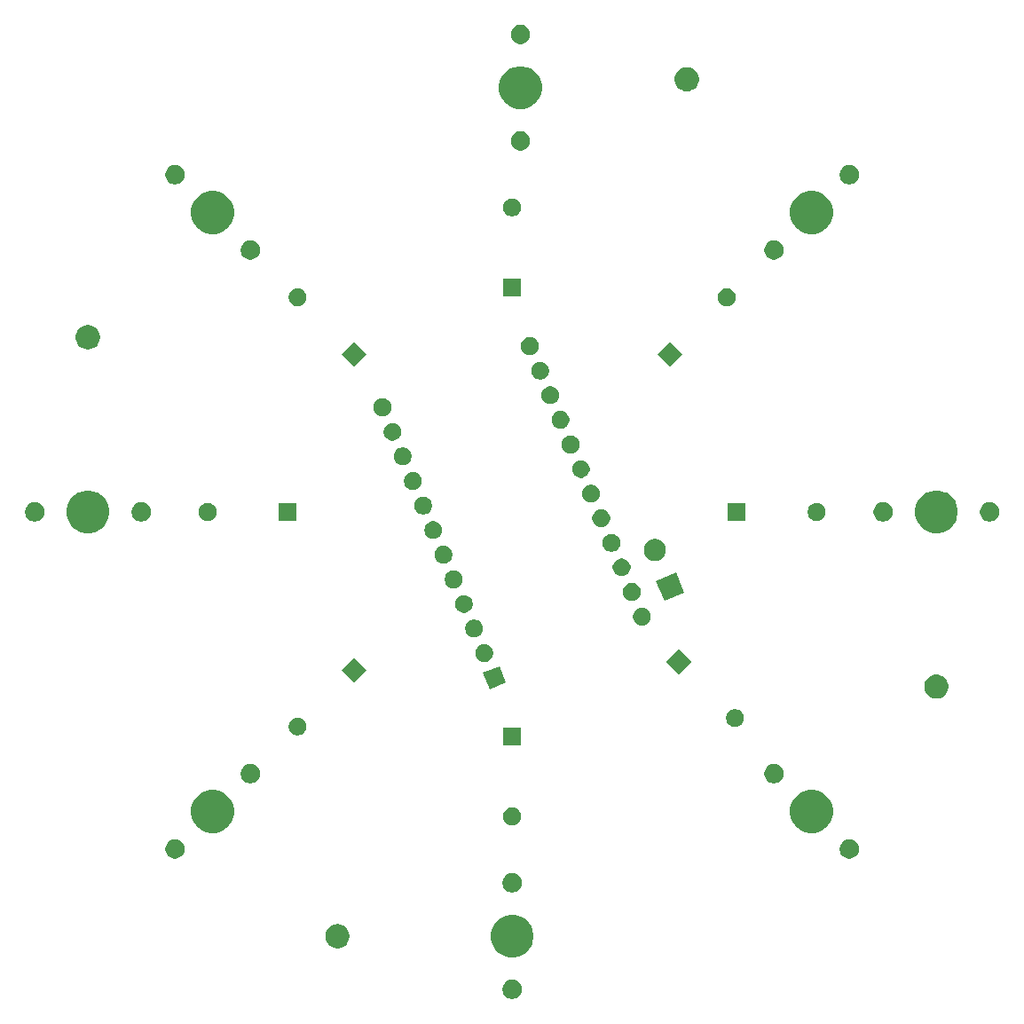
<source format=gbr>
G04 #@! TF.GenerationSoftware,KiCad,Pcbnew,(5.1.5)-3*
G04 #@! TF.CreationDate,2020-04-20T09:44:32-04:00*
G04 #@! TF.ProjectId,OctoPad,4f63746f-5061-4642-9e6b-696361645f70,rev?*
G04 #@! TF.SameCoordinates,Original*
G04 #@! TF.FileFunction,Soldermask,Top*
G04 #@! TF.FilePolarity,Negative*
%FSLAX46Y46*%
G04 Gerber Fmt 4.6, Leading zero omitted, Abs format (unit mm)*
G04 Created by KiCad (PCBNEW (5.1.5)-3) date 2020-04-20 09:44:32*
%MOMM*%
%LPD*%
G04 APERTURE LIST*
%ADD10C,0.100000*%
G04 APERTURE END LIST*
D10*
G36*
X159813854Y-158970835D02*
G01*
X159982376Y-159040639D01*
X160134041Y-159141978D01*
X160263022Y-159270959D01*
X160364361Y-159422624D01*
X160434165Y-159591146D01*
X160469750Y-159770047D01*
X160469750Y-159952453D01*
X160434165Y-160131354D01*
X160364361Y-160299876D01*
X160263022Y-160451541D01*
X160134041Y-160580522D01*
X159982376Y-160681861D01*
X159813854Y-160751665D01*
X159634953Y-160787250D01*
X159452547Y-160787250D01*
X159273646Y-160751665D01*
X159105124Y-160681861D01*
X158953459Y-160580522D01*
X158824478Y-160451541D01*
X158723139Y-160299876D01*
X158653335Y-160131354D01*
X158617750Y-159952453D01*
X158617750Y-159770047D01*
X158653335Y-159591146D01*
X158723139Y-159422624D01*
X158824478Y-159270959D01*
X158953459Y-159141978D01*
X159105124Y-159040639D01*
X159273646Y-158970835D01*
X159452547Y-158935250D01*
X159634953Y-158935250D01*
X159813854Y-158970835D01*
G37*
G36*
X160140224Y-152814934D02*
G01*
X160358224Y-152905233D01*
X160512373Y-152969083D01*
X160847298Y-153192873D01*
X161132127Y-153477702D01*
X161355917Y-153812627D01*
X161355917Y-153812628D01*
X161510066Y-154184776D01*
X161588650Y-154579844D01*
X161588650Y-154982656D01*
X161510066Y-155377724D01*
X161453217Y-155514969D01*
X161355917Y-155749873D01*
X161132127Y-156084798D01*
X160847298Y-156369627D01*
X160512373Y-156593417D01*
X160358224Y-156657267D01*
X160140224Y-156747566D01*
X159745156Y-156826150D01*
X159342344Y-156826150D01*
X158947276Y-156747566D01*
X158729276Y-156657267D01*
X158575127Y-156593417D01*
X158240202Y-156369627D01*
X157955373Y-156084798D01*
X157731583Y-155749873D01*
X157634283Y-155514969D01*
X157577434Y-155377724D01*
X157498850Y-154982656D01*
X157498850Y-154579844D01*
X157577434Y-154184776D01*
X157731583Y-153812628D01*
X157731583Y-153812627D01*
X157955373Y-153477702D01*
X158240202Y-153192873D01*
X158575127Y-152969083D01*
X158729276Y-152905233D01*
X158947276Y-152814934D01*
X159342344Y-152736350D01*
X159745156Y-152736350D01*
X160140224Y-152814934D01*
G37*
G36*
X143099549Y-153652366D02*
G01*
X143210734Y-153674482D01*
X143420203Y-153761247D01*
X143608720Y-153887210D01*
X143769040Y-154047530D01*
X143895003Y-154236047D01*
X143981768Y-154445516D01*
X144026000Y-154667886D01*
X144026000Y-154894614D01*
X143981768Y-155116984D01*
X143895003Y-155326453D01*
X143769040Y-155514970D01*
X143608720Y-155675290D01*
X143420203Y-155801253D01*
X143210734Y-155888018D01*
X143099549Y-155910134D01*
X142988365Y-155932250D01*
X142761635Y-155932250D01*
X142650451Y-155910134D01*
X142539266Y-155888018D01*
X142329797Y-155801253D01*
X142141280Y-155675290D01*
X141980960Y-155514970D01*
X141854997Y-155326453D01*
X141768232Y-155116984D01*
X141724000Y-154894614D01*
X141724000Y-154667886D01*
X141768232Y-154445516D01*
X141854997Y-154236047D01*
X141980960Y-154047530D01*
X142141280Y-153887210D01*
X142329797Y-153761247D01*
X142539266Y-153674482D01*
X142650451Y-153652366D01*
X142761635Y-153630250D01*
X142988365Y-153630250D01*
X143099549Y-153652366D01*
G37*
G36*
X159813854Y-148810835D02*
G01*
X159982376Y-148880639D01*
X160134041Y-148981978D01*
X160263022Y-149110959D01*
X160364361Y-149262624D01*
X160434165Y-149431146D01*
X160469750Y-149610047D01*
X160469750Y-149792453D01*
X160434165Y-149971354D01*
X160364361Y-150139876D01*
X160263022Y-150291541D01*
X160134041Y-150420522D01*
X159982376Y-150521861D01*
X159813854Y-150591665D01*
X159634953Y-150627250D01*
X159452547Y-150627250D01*
X159273646Y-150591665D01*
X159105124Y-150521861D01*
X158953459Y-150420522D01*
X158824478Y-150291541D01*
X158723139Y-150139876D01*
X158653335Y-149971354D01*
X158617750Y-149792453D01*
X158617750Y-149610047D01*
X158653335Y-149431146D01*
X158723139Y-149262624D01*
X158824478Y-149110959D01*
X158953459Y-148981978D01*
X159105124Y-148880639D01*
X159273646Y-148810835D01*
X159452547Y-148775250D01*
X159634953Y-148775250D01*
X159813854Y-148810835D01*
G37*
G36*
X127646752Y-145576687D02*
G01*
X127815274Y-145646491D01*
X127966939Y-145747830D01*
X128095920Y-145876811D01*
X128197259Y-146028476D01*
X128267063Y-146196998D01*
X128302648Y-146375899D01*
X128302648Y-146558305D01*
X128267063Y-146737206D01*
X128197259Y-146905728D01*
X128095920Y-147057393D01*
X127966939Y-147186374D01*
X127815274Y-147287713D01*
X127646752Y-147357517D01*
X127467851Y-147393102D01*
X127285445Y-147393102D01*
X127106544Y-147357517D01*
X126938022Y-147287713D01*
X126786357Y-147186374D01*
X126657376Y-147057393D01*
X126556037Y-146905728D01*
X126486233Y-146737206D01*
X126450648Y-146558305D01*
X126450648Y-146375899D01*
X126486233Y-146196998D01*
X126556037Y-146028476D01*
X126657376Y-145876811D01*
X126786357Y-145747830D01*
X126938022Y-145646491D01*
X127106544Y-145576687D01*
X127285445Y-145541102D01*
X127467851Y-145541102D01*
X127646752Y-145576687D01*
G37*
G36*
X191980956Y-145576687D02*
G01*
X192149478Y-145646491D01*
X192301143Y-145747830D01*
X192430124Y-145876811D01*
X192531463Y-146028476D01*
X192601267Y-146196998D01*
X192636852Y-146375899D01*
X192636852Y-146558305D01*
X192601267Y-146737206D01*
X192531463Y-146905728D01*
X192430124Y-147057393D01*
X192301143Y-147186374D01*
X192149478Y-147287713D01*
X191980956Y-147357517D01*
X191802055Y-147393102D01*
X191619649Y-147393102D01*
X191440748Y-147357517D01*
X191272226Y-147287713D01*
X191120561Y-147186374D01*
X190991580Y-147057393D01*
X190890241Y-146905728D01*
X190820437Y-146737206D01*
X190784852Y-146558305D01*
X190784852Y-146375899D01*
X190820437Y-146196998D01*
X190890241Y-146028476D01*
X190991580Y-145876811D01*
X191120561Y-145747830D01*
X191272226Y-145646491D01*
X191440748Y-145576687D01*
X191619649Y-145541102D01*
X191802055Y-145541102D01*
X191980956Y-145576687D01*
G37*
G36*
X131565224Y-140908684D02*
G01*
X131783224Y-140998983D01*
X131937373Y-141062833D01*
X132272298Y-141286623D01*
X132557127Y-141571452D01*
X132780917Y-141906377D01*
X132780917Y-141906378D01*
X132935066Y-142278526D01*
X133013650Y-142673594D01*
X133013650Y-143076406D01*
X132935066Y-143471474D01*
X132844767Y-143689474D01*
X132780917Y-143843623D01*
X132557127Y-144178548D01*
X132272298Y-144463377D01*
X131937373Y-144687167D01*
X131783224Y-144751017D01*
X131565224Y-144841316D01*
X131170156Y-144919900D01*
X130767344Y-144919900D01*
X130372276Y-144841316D01*
X130154276Y-144751017D01*
X130000127Y-144687167D01*
X129665202Y-144463377D01*
X129380373Y-144178548D01*
X129156583Y-143843623D01*
X129092733Y-143689474D01*
X129002434Y-143471474D01*
X128923850Y-143076406D01*
X128923850Y-142673594D01*
X129002434Y-142278526D01*
X129156583Y-141906378D01*
X129156583Y-141906377D01*
X129380373Y-141571452D01*
X129665202Y-141286623D01*
X130000127Y-141062833D01*
X130154276Y-140998983D01*
X130372276Y-140908684D01*
X130767344Y-140830100D01*
X131170156Y-140830100D01*
X131565224Y-140908684D01*
G37*
G36*
X188715224Y-140908684D02*
G01*
X188933224Y-140998983D01*
X189087373Y-141062833D01*
X189422298Y-141286623D01*
X189707127Y-141571452D01*
X189930917Y-141906377D01*
X189930917Y-141906378D01*
X190085066Y-142278526D01*
X190163650Y-142673594D01*
X190163650Y-143076406D01*
X190085066Y-143471474D01*
X189994767Y-143689474D01*
X189930917Y-143843623D01*
X189707127Y-144178548D01*
X189422298Y-144463377D01*
X189087373Y-144687167D01*
X188933224Y-144751017D01*
X188715224Y-144841316D01*
X188320156Y-144919900D01*
X187917344Y-144919900D01*
X187522276Y-144841316D01*
X187304276Y-144751017D01*
X187150127Y-144687167D01*
X186815202Y-144463377D01*
X186530373Y-144178548D01*
X186306583Y-143843623D01*
X186242733Y-143689474D01*
X186152434Y-143471474D01*
X186073850Y-143076406D01*
X186073850Y-142673594D01*
X186152434Y-142278526D01*
X186306583Y-141906378D01*
X186306583Y-141906377D01*
X186530373Y-141571452D01*
X186815202Y-141286623D01*
X187150127Y-141062833D01*
X187304276Y-140998983D01*
X187522276Y-140908684D01*
X187917344Y-140830100D01*
X188320156Y-140830100D01*
X188715224Y-140908684D01*
G37*
G36*
X159791978Y-142532953D02*
G01*
X159946850Y-142597103D01*
X160086231Y-142690235D01*
X160204765Y-142808769D01*
X160297897Y-142948150D01*
X160362047Y-143103022D01*
X160394750Y-143267434D01*
X160394750Y-143435066D01*
X160362047Y-143599478D01*
X160297897Y-143754350D01*
X160204765Y-143893731D01*
X160086231Y-144012265D01*
X159946850Y-144105397D01*
X159791978Y-144169547D01*
X159627566Y-144202250D01*
X159459934Y-144202250D01*
X159295522Y-144169547D01*
X159140650Y-144105397D01*
X159001269Y-144012265D01*
X158882735Y-143893731D01*
X158789603Y-143754350D01*
X158725453Y-143599478D01*
X158692750Y-143435066D01*
X158692750Y-143267434D01*
X158725453Y-143103022D01*
X158789603Y-142948150D01*
X158882735Y-142808769D01*
X159001269Y-142690235D01*
X159140650Y-142597103D01*
X159295522Y-142532953D01*
X159459934Y-142500250D01*
X159627566Y-142500250D01*
X159791978Y-142532953D01*
G37*
G36*
X134830956Y-138392483D02*
G01*
X134999478Y-138462287D01*
X135151143Y-138563626D01*
X135280124Y-138692607D01*
X135381463Y-138844272D01*
X135451267Y-139012794D01*
X135486852Y-139191695D01*
X135486852Y-139374101D01*
X135451267Y-139553002D01*
X135381463Y-139721524D01*
X135280124Y-139873189D01*
X135151143Y-140002170D01*
X134999478Y-140103509D01*
X134830956Y-140173313D01*
X134652055Y-140208898D01*
X134469649Y-140208898D01*
X134290748Y-140173313D01*
X134122226Y-140103509D01*
X133970561Y-140002170D01*
X133841580Y-139873189D01*
X133740241Y-139721524D01*
X133670437Y-139553002D01*
X133634852Y-139374101D01*
X133634852Y-139191695D01*
X133670437Y-139012794D01*
X133740241Y-138844272D01*
X133841580Y-138692607D01*
X133970561Y-138563626D01*
X134122226Y-138462287D01*
X134290748Y-138392483D01*
X134469649Y-138356898D01*
X134652055Y-138356898D01*
X134830956Y-138392483D01*
G37*
G36*
X184796752Y-138392483D02*
G01*
X184965274Y-138462287D01*
X185116939Y-138563626D01*
X185245920Y-138692607D01*
X185347259Y-138844272D01*
X185417063Y-139012794D01*
X185452648Y-139191695D01*
X185452648Y-139374101D01*
X185417063Y-139553002D01*
X185347259Y-139721524D01*
X185245920Y-139873189D01*
X185116939Y-140002170D01*
X184965274Y-140103509D01*
X184796752Y-140173313D01*
X184617851Y-140208898D01*
X184435445Y-140208898D01*
X184256544Y-140173313D01*
X184088022Y-140103509D01*
X183936357Y-140002170D01*
X183807376Y-139873189D01*
X183706037Y-139721524D01*
X183636233Y-139553002D01*
X183600648Y-139374101D01*
X183600648Y-139191695D01*
X183636233Y-139012794D01*
X183706037Y-138844272D01*
X183807376Y-138692607D01*
X183936357Y-138563626D01*
X184088022Y-138462287D01*
X184256544Y-138392483D01*
X184435445Y-138356898D01*
X184617851Y-138356898D01*
X184796752Y-138392483D01*
G37*
G36*
X160394750Y-136582250D02*
G01*
X158692750Y-136582250D01*
X158692750Y-134880250D01*
X160394750Y-134880250D01*
X160394750Y-136582250D01*
G37*
G36*
X139322574Y-133951107D02*
G01*
X139477446Y-134015257D01*
X139616827Y-134108389D01*
X139735361Y-134226923D01*
X139828493Y-134366304D01*
X139892643Y-134521176D01*
X139925346Y-134685588D01*
X139925346Y-134853220D01*
X139892643Y-135017632D01*
X139828493Y-135172504D01*
X139735361Y-135311885D01*
X139616827Y-135430419D01*
X139477446Y-135523551D01*
X139322574Y-135587701D01*
X139158162Y-135620404D01*
X138990530Y-135620404D01*
X138826118Y-135587701D01*
X138671246Y-135523551D01*
X138531865Y-135430419D01*
X138413331Y-135311885D01*
X138320199Y-135172504D01*
X138256049Y-135017632D01*
X138223346Y-134853220D01*
X138223346Y-134685588D01*
X138256049Y-134521176D01*
X138320199Y-134366304D01*
X138413331Y-134226923D01*
X138531865Y-134108389D01*
X138671246Y-134015257D01*
X138826118Y-133951107D01*
X138990530Y-133918404D01*
X139158162Y-133918404D01*
X139322574Y-133951107D01*
G37*
G36*
X181055132Y-133157357D02*
G01*
X181210004Y-133221507D01*
X181349385Y-133314639D01*
X181467919Y-133433173D01*
X181561051Y-133572554D01*
X181625201Y-133727426D01*
X181657904Y-133891838D01*
X181657904Y-134059470D01*
X181625201Y-134223882D01*
X181561051Y-134378754D01*
X181467919Y-134518135D01*
X181349385Y-134636669D01*
X181210004Y-134729801D01*
X181055132Y-134793951D01*
X180890720Y-134826654D01*
X180723088Y-134826654D01*
X180558676Y-134793951D01*
X180403804Y-134729801D01*
X180264423Y-134636669D01*
X180145889Y-134518135D01*
X180052757Y-134378754D01*
X179988607Y-134223882D01*
X179955904Y-134059470D01*
X179955904Y-133891838D01*
X179988607Y-133727426D01*
X180052757Y-133572554D01*
X180145889Y-133433173D01*
X180264423Y-133314639D01*
X180403804Y-133221507D01*
X180558676Y-133157357D01*
X180723088Y-133124654D01*
X180890720Y-133124654D01*
X181055132Y-133157357D01*
G37*
G36*
X200249549Y-129839866D02*
G01*
X200360734Y-129861982D01*
X200570203Y-129948747D01*
X200758720Y-130074710D01*
X200919040Y-130235030D01*
X201045003Y-130423547D01*
X201131768Y-130633016D01*
X201176000Y-130855386D01*
X201176000Y-131082114D01*
X201131768Y-131304484D01*
X201045003Y-131513953D01*
X200919040Y-131702470D01*
X200758720Y-131862790D01*
X200570203Y-131988753D01*
X200360734Y-132075518D01*
X200249549Y-132097634D01*
X200138365Y-132119750D01*
X199911635Y-132119750D01*
X199800451Y-132097634D01*
X199689266Y-132075518D01*
X199479797Y-131988753D01*
X199291280Y-131862790D01*
X199130960Y-131702470D01*
X199004997Y-131513953D01*
X198918232Y-131304484D01*
X198874000Y-131082114D01*
X198874000Y-130855386D01*
X198918232Y-130633016D01*
X199004997Y-130423547D01*
X199130960Y-130235030D01*
X199291280Y-130074710D01*
X199479797Y-129948747D01*
X199689266Y-129861982D01*
X199800451Y-129839866D01*
X199911635Y-129817750D01*
X200138365Y-129817750D01*
X200249549Y-129839866D01*
G37*
G36*
X158961761Y-130583203D02*
G01*
X157389318Y-131234530D01*
X156737991Y-129662087D01*
X158310434Y-129010760D01*
X158961761Y-130583203D01*
G37*
G36*
X145665996Y-129381250D02*
G01*
X144462500Y-130584746D01*
X143259004Y-129381250D01*
X144462500Y-128177754D01*
X145665996Y-129381250D01*
G37*
G36*
X176622246Y-128587500D02*
G01*
X175418750Y-129790996D01*
X174215254Y-128587500D01*
X175418750Y-127384004D01*
X176622246Y-128587500D01*
G37*
G36*
X157126088Y-126957694D02*
G01*
X157280960Y-127021844D01*
X157420341Y-127114976D01*
X157538875Y-127233510D01*
X157632007Y-127372891D01*
X157696157Y-127527763D01*
X157728860Y-127692175D01*
X157728860Y-127859807D01*
X157696157Y-128024219D01*
X157632007Y-128179091D01*
X157538875Y-128318472D01*
X157420341Y-128437006D01*
X157280960Y-128530138D01*
X157126088Y-128594288D01*
X156961676Y-128626991D01*
X156794044Y-128626991D01*
X156629632Y-128594288D01*
X156474760Y-128530138D01*
X156335379Y-128437006D01*
X156216845Y-128318472D01*
X156123713Y-128179091D01*
X156059563Y-128024219D01*
X156026860Y-127859807D01*
X156026860Y-127692175D01*
X156059563Y-127527763D01*
X156123713Y-127372891D01*
X156216845Y-127233510D01*
X156335379Y-127114976D01*
X156474760Y-127021844D01*
X156629632Y-126957694D01*
X156794044Y-126924991D01*
X156961676Y-126924991D01*
X157126088Y-126957694D01*
G37*
G36*
X156154072Y-124611040D02*
G01*
X156308944Y-124675190D01*
X156448325Y-124768322D01*
X156566859Y-124886856D01*
X156659991Y-125026237D01*
X156724141Y-125181109D01*
X156756844Y-125345521D01*
X156756844Y-125513153D01*
X156724141Y-125677565D01*
X156659991Y-125832437D01*
X156566859Y-125971818D01*
X156448325Y-126090352D01*
X156308944Y-126183484D01*
X156154072Y-126247634D01*
X155989660Y-126280337D01*
X155822028Y-126280337D01*
X155657616Y-126247634D01*
X155502744Y-126183484D01*
X155363363Y-126090352D01*
X155244829Y-125971818D01*
X155151697Y-125832437D01*
X155087547Y-125677565D01*
X155054844Y-125513153D01*
X155054844Y-125345521D01*
X155087547Y-125181109D01*
X155151697Y-125026237D01*
X155244829Y-124886856D01*
X155363363Y-124768322D01*
X155502744Y-124675190D01*
X155657616Y-124611040D01*
X155822028Y-124578337D01*
X155989660Y-124578337D01*
X156154072Y-124611040D01*
G37*
G36*
X172178028Y-123472252D02*
G01*
X172332900Y-123536402D01*
X172472281Y-123629534D01*
X172590815Y-123748068D01*
X172683947Y-123887449D01*
X172748097Y-124042321D01*
X172780800Y-124206733D01*
X172780800Y-124374365D01*
X172748097Y-124538777D01*
X172683947Y-124693649D01*
X172590815Y-124833030D01*
X172472281Y-124951564D01*
X172332900Y-125044696D01*
X172178028Y-125108846D01*
X172013616Y-125141549D01*
X171845984Y-125141549D01*
X171681572Y-125108846D01*
X171526700Y-125044696D01*
X171387319Y-124951564D01*
X171268785Y-124833030D01*
X171175653Y-124693649D01*
X171111503Y-124538777D01*
X171078800Y-124374365D01*
X171078800Y-124206733D01*
X171111503Y-124042321D01*
X171175653Y-123887449D01*
X171268785Y-123748068D01*
X171387319Y-123629534D01*
X171526700Y-123536402D01*
X171681572Y-123472252D01*
X171845984Y-123439549D01*
X172013616Y-123439549D01*
X172178028Y-123472252D01*
G37*
G36*
X155182056Y-122264386D02*
G01*
X155336928Y-122328536D01*
X155476309Y-122421668D01*
X155594843Y-122540202D01*
X155687975Y-122679583D01*
X155752125Y-122834455D01*
X155784828Y-122998867D01*
X155784828Y-123166499D01*
X155752125Y-123330911D01*
X155687975Y-123485783D01*
X155594843Y-123625164D01*
X155476309Y-123743698D01*
X155336928Y-123836830D01*
X155182056Y-123900980D01*
X155017644Y-123933683D01*
X154850012Y-123933683D01*
X154685600Y-123900980D01*
X154530728Y-123836830D01*
X154391347Y-123743698D01*
X154272813Y-123625164D01*
X154179681Y-123485783D01*
X154115531Y-123330911D01*
X154082828Y-123166499D01*
X154082828Y-122998867D01*
X154115531Y-122834455D01*
X154179681Y-122679583D01*
X154272813Y-122540202D01*
X154391347Y-122421668D01*
X154530728Y-122328536D01*
X154685600Y-122264386D01*
X154850012Y-122231683D01*
X155017644Y-122231683D01*
X155182056Y-122264386D01*
G37*
G36*
X175997531Y-122012271D02*
G01*
X174056479Y-122816281D01*
X173252469Y-120875229D01*
X175193521Y-120071219D01*
X175997531Y-122012271D01*
G37*
G36*
X171206012Y-121125598D02*
G01*
X171360884Y-121189748D01*
X171500265Y-121282880D01*
X171618799Y-121401414D01*
X171711931Y-121540795D01*
X171776081Y-121695667D01*
X171808784Y-121860079D01*
X171808784Y-122027711D01*
X171776081Y-122192123D01*
X171711931Y-122346995D01*
X171618799Y-122486376D01*
X171500265Y-122604910D01*
X171360884Y-122698042D01*
X171206012Y-122762192D01*
X171041600Y-122794895D01*
X170873968Y-122794895D01*
X170709556Y-122762192D01*
X170554684Y-122698042D01*
X170415303Y-122604910D01*
X170296769Y-122486376D01*
X170203637Y-122346995D01*
X170139487Y-122192123D01*
X170106784Y-122027711D01*
X170106784Y-121860079D01*
X170139487Y-121695667D01*
X170203637Y-121540795D01*
X170296769Y-121401414D01*
X170415303Y-121282880D01*
X170554684Y-121189748D01*
X170709556Y-121125598D01*
X170873968Y-121092895D01*
X171041600Y-121092895D01*
X171206012Y-121125598D01*
G37*
G36*
X154210040Y-119917732D02*
G01*
X154364912Y-119981882D01*
X154504293Y-120075014D01*
X154622827Y-120193548D01*
X154715959Y-120332929D01*
X154780109Y-120487801D01*
X154812812Y-120652213D01*
X154812812Y-120819845D01*
X154780109Y-120984257D01*
X154715959Y-121139129D01*
X154622827Y-121278510D01*
X154504293Y-121397044D01*
X154364912Y-121490176D01*
X154210040Y-121554326D01*
X154045628Y-121587029D01*
X153877996Y-121587029D01*
X153713584Y-121554326D01*
X153558712Y-121490176D01*
X153419331Y-121397044D01*
X153300797Y-121278510D01*
X153207665Y-121139129D01*
X153143515Y-120984257D01*
X153110812Y-120819845D01*
X153110812Y-120652213D01*
X153143515Y-120487801D01*
X153207665Y-120332929D01*
X153300797Y-120193548D01*
X153419331Y-120075014D01*
X153558712Y-119981882D01*
X153713584Y-119917732D01*
X153877996Y-119885029D01*
X154045628Y-119885029D01*
X154210040Y-119917732D01*
G37*
G36*
X170233996Y-118778944D02*
G01*
X170388868Y-118843094D01*
X170528249Y-118936226D01*
X170646783Y-119054760D01*
X170739915Y-119194141D01*
X170804065Y-119349013D01*
X170836768Y-119513425D01*
X170836768Y-119681057D01*
X170804065Y-119845469D01*
X170739915Y-120000341D01*
X170646783Y-120139722D01*
X170528249Y-120258256D01*
X170388868Y-120351388D01*
X170233996Y-120415538D01*
X170069584Y-120448241D01*
X169901952Y-120448241D01*
X169737540Y-120415538D01*
X169582668Y-120351388D01*
X169443287Y-120258256D01*
X169324753Y-120139722D01*
X169231621Y-120000341D01*
X169167471Y-119845469D01*
X169134768Y-119681057D01*
X169134768Y-119513425D01*
X169167471Y-119349013D01*
X169231621Y-119194141D01*
X169324753Y-119054760D01*
X169443287Y-118936226D01*
X169582668Y-118843094D01*
X169737540Y-118778944D01*
X169901952Y-118746241D01*
X170069584Y-118746241D01*
X170233996Y-118778944D01*
G37*
G36*
X153238024Y-117571078D02*
G01*
X153392896Y-117635228D01*
X153532277Y-117728360D01*
X153650811Y-117846894D01*
X153743943Y-117986275D01*
X153808093Y-118141147D01*
X153840796Y-118305559D01*
X153840796Y-118473191D01*
X153808093Y-118637603D01*
X153743943Y-118792475D01*
X153650811Y-118931856D01*
X153532277Y-119050390D01*
X153392896Y-119143522D01*
X153238024Y-119207672D01*
X153073612Y-119240375D01*
X152905980Y-119240375D01*
X152741568Y-119207672D01*
X152586696Y-119143522D01*
X152447315Y-119050390D01*
X152328781Y-118931856D01*
X152235649Y-118792475D01*
X152171499Y-118637603D01*
X152138796Y-118473191D01*
X152138796Y-118305559D01*
X152171499Y-118141147D01*
X152235649Y-117986275D01*
X152328781Y-117846894D01*
X152447315Y-117728360D01*
X152586696Y-117635228D01*
X152741568Y-117571078D01*
X152905980Y-117538375D01*
X153073612Y-117538375D01*
X153238024Y-117571078D01*
G37*
G36*
X173473392Y-116913648D02*
G01*
X173664568Y-116992836D01*
X173664570Y-116992837D01*
X173836624Y-117107800D01*
X173982945Y-117254121D01*
X174097909Y-117426177D01*
X174177097Y-117617353D01*
X174217466Y-117820303D01*
X174217466Y-118027235D01*
X174177097Y-118230185D01*
X174097909Y-118421361D01*
X174097908Y-118421363D01*
X173982945Y-118593417D01*
X173836624Y-118739738D01*
X173664570Y-118854701D01*
X173664569Y-118854702D01*
X173664568Y-118854702D01*
X173473392Y-118933890D01*
X173270442Y-118974259D01*
X173063510Y-118974259D01*
X172860560Y-118933890D01*
X172669384Y-118854702D01*
X172669383Y-118854702D01*
X172669382Y-118854701D01*
X172497328Y-118739738D01*
X172351007Y-118593417D01*
X172236044Y-118421363D01*
X172236043Y-118421361D01*
X172156855Y-118230185D01*
X172116486Y-118027235D01*
X172116486Y-117820303D01*
X172156855Y-117617353D01*
X172236043Y-117426177D01*
X172351007Y-117254121D01*
X172497328Y-117107800D01*
X172669382Y-116992837D01*
X172669384Y-116992836D01*
X172860560Y-116913648D01*
X173063510Y-116873279D01*
X173270442Y-116873279D01*
X173473392Y-116913648D01*
G37*
G36*
X169261980Y-116432290D02*
G01*
X169416852Y-116496440D01*
X169556233Y-116589572D01*
X169674767Y-116708106D01*
X169767899Y-116847487D01*
X169832049Y-117002359D01*
X169864752Y-117166771D01*
X169864752Y-117334403D01*
X169832049Y-117498815D01*
X169767899Y-117653687D01*
X169674767Y-117793068D01*
X169556233Y-117911602D01*
X169416852Y-118004734D01*
X169261980Y-118068884D01*
X169097568Y-118101587D01*
X168929936Y-118101587D01*
X168765524Y-118068884D01*
X168610652Y-118004734D01*
X168471271Y-117911602D01*
X168352737Y-117793068D01*
X168259605Y-117653687D01*
X168195455Y-117498815D01*
X168162752Y-117334403D01*
X168162752Y-117166771D01*
X168195455Y-117002359D01*
X168259605Y-116847487D01*
X168352737Y-116708106D01*
X168471271Y-116589572D01*
X168610652Y-116496440D01*
X168765524Y-116432290D01*
X168929936Y-116399587D01*
X169097568Y-116399587D01*
X169261980Y-116432290D01*
G37*
G36*
X152266008Y-115224424D02*
G01*
X152420880Y-115288574D01*
X152560261Y-115381706D01*
X152678795Y-115500240D01*
X152771927Y-115639621D01*
X152836077Y-115794493D01*
X152868780Y-115958905D01*
X152868780Y-116126537D01*
X152836077Y-116290949D01*
X152771927Y-116445821D01*
X152678795Y-116585202D01*
X152560261Y-116703736D01*
X152420880Y-116796868D01*
X152266008Y-116861018D01*
X152101596Y-116893721D01*
X151933964Y-116893721D01*
X151769552Y-116861018D01*
X151614680Y-116796868D01*
X151475299Y-116703736D01*
X151356765Y-116585202D01*
X151263633Y-116445821D01*
X151199483Y-116290949D01*
X151166780Y-116126537D01*
X151166780Y-115958905D01*
X151199483Y-115794493D01*
X151263633Y-115639621D01*
X151356765Y-115500240D01*
X151475299Y-115381706D01*
X151614680Y-115288574D01*
X151769552Y-115224424D01*
X151933964Y-115191721D01*
X152101596Y-115191721D01*
X152266008Y-115224424D01*
G37*
G36*
X119658974Y-112333684D02*
G01*
X119876974Y-112423983D01*
X120031123Y-112487833D01*
X120366048Y-112711623D01*
X120650877Y-112996452D01*
X120874667Y-113331377D01*
X120907062Y-113409586D01*
X121028816Y-113703526D01*
X121107400Y-114098594D01*
X121107400Y-114501406D01*
X121028816Y-114896474D01*
X120963505Y-115054148D01*
X120874667Y-115268623D01*
X120650877Y-115603548D01*
X120366048Y-115888377D01*
X120031123Y-116112167D01*
X119876974Y-116176017D01*
X119658974Y-116266316D01*
X119263906Y-116344900D01*
X118861094Y-116344900D01*
X118466026Y-116266316D01*
X118248026Y-116176017D01*
X118093877Y-116112167D01*
X117758952Y-115888377D01*
X117474123Y-115603548D01*
X117250333Y-115268623D01*
X117161495Y-115054148D01*
X117096184Y-114896474D01*
X117017600Y-114501406D01*
X117017600Y-114098594D01*
X117096184Y-113703526D01*
X117217938Y-113409586D01*
X117250333Y-113331377D01*
X117474123Y-112996452D01*
X117758952Y-112711623D01*
X118093877Y-112487833D01*
X118248026Y-112423983D01*
X118466026Y-112333684D01*
X118861094Y-112255100D01*
X119263906Y-112255100D01*
X119658974Y-112333684D01*
G37*
G36*
X200621474Y-112333684D02*
G01*
X200839474Y-112423983D01*
X200993623Y-112487833D01*
X201328548Y-112711623D01*
X201613377Y-112996452D01*
X201837167Y-113331377D01*
X201869562Y-113409586D01*
X201991316Y-113703526D01*
X202069900Y-114098594D01*
X202069900Y-114501406D01*
X201991316Y-114896474D01*
X201926005Y-115054148D01*
X201837167Y-115268623D01*
X201613377Y-115603548D01*
X201328548Y-115888377D01*
X200993623Y-116112167D01*
X200839474Y-116176017D01*
X200621474Y-116266316D01*
X200226406Y-116344900D01*
X199823594Y-116344900D01*
X199428526Y-116266316D01*
X199210526Y-116176017D01*
X199056377Y-116112167D01*
X198721452Y-115888377D01*
X198436623Y-115603548D01*
X198212833Y-115268623D01*
X198123995Y-115054148D01*
X198058684Y-114896474D01*
X197980100Y-114501406D01*
X197980100Y-114098594D01*
X198058684Y-113703526D01*
X198180438Y-113409586D01*
X198212833Y-113331377D01*
X198436623Y-112996452D01*
X198721452Y-112711623D01*
X199056377Y-112487833D01*
X199210526Y-112423983D01*
X199428526Y-112333684D01*
X199823594Y-112255100D01*
X200226406Y-112255100D01*
X200621474Y-112333684D01*
G37*
G36*
X168289964Y-114085636D02*
G01*
X168444836Y-114149786D01*
X168584217Y-114242918D01*
X168702751Y-114361452D01*
X168795883Y-114500833D01*
X168860033Y-114655705D01*
X168892736Y-114820117D01*
X168892736Y-114987749D01*
X168860033Y-115152161D01*
X168795883Y-115307033D01*
X168702751Y-115446414D01*
X168584217Y-115564948D01*
X168444836Y-115658080D01*
X168289964Y-115722230D01*
X168125552Y-115754933D01*
X167957920Y-115754933D01*
X167793508Y-115722230D01*
X167638636Y-115658080D01*
X167499255Y-115564948D01*
X167380721Y-115446414D01*
X167287589Y-115307033D01*
X167223439Y-115152161D01*
X167190736Y-114987749D01*
X167190736Y-114820117D01*
X167223439Y-114655705D01*
X167287589Y-114500833D01*
X167380721Y-114361452D01*
X167499255Y-114242918D01*
X167638636Y-114149786D01*
X167793508Y-114085636D01*
X167957920Y-114052933D01*
X168125552Y-114052933D01*
X168289964Y-114085636D01*
G37*
G36*
X114252604Y-113409585D02*
G01*
X114421126Y-113479389D01*
X114572791Y-113580728D01*
X114701772Y-113709709D01*
X114803111Y-113861374D01*
X114872915Y-114029896D01*
X114908500Y-114208797D01*
X114908500Y-114391203D01*
X114872915Y-114570104D01*
X114803111Y-114738626D01*
X114701772Y-114890291D01*
X114572791Y-115019272D01*
X114421126Y-115120611D01*
X114252604Y-115190415D01*
X114073703Y-115226000D01*
X113891297Y-115226000D01*
X113712396Y-115190415D01*
X113543874Y-115120611D01*
X113392209Y-115019272D01*
X113263228Y-114890291D01*
X113161889Y-114738626D01*
X113092085Y-114570104D01*
X113056500Y-114391203D01*
X113056500Y-114208797D01*
X113092085Y-114029896D01*
X113161889Y-113861374D01*
X113263228Y-113709709D01*
X113392209Y-113580728D01*
X113543874Y-113479389D01*
X113712396Y-113409585D01*
X113891297Y-113374000D01*
X114073703Y-113374000D01*
X114252604Y-113409585D01*
G37*
G36*
X124412604Y-113409585D02*
G01*
X124581126Y-113479389D01*
X124732791Y-113580728D01*
X124861772Y-113709709D01*
X124963111Y-113861374D01*
X125032915Y-114029896D01*
X125068500Y-114208797D01*
X125068500Y-114391203D01*
X125032915Y-114570104D01*
X124963111Y-114738626D01*
X124861772Y-114890291D01*
X124732791Y-115019272D01*
X124581126Y-115120611D01*
X124412604Y-115190415D01*
X124233703Y-115226000D01*
X124051297Y-115226000D01*
X123872396Y-115190415D01*
X123703874Y-115120611D01*
X123552209Y-115019272D01*
X123423228Y-114890291D01*
X123321889Y-114738626D01*
X123252085Y-114570104D01*
X123216500Y-114391203D01*
X123216500Y-114208797D01*
X123252085Y-114029896D01*
X123321889Y-113861374D01*
X123423228Y-113709709D01*
X123552209Y-113580728D01*
X123703874Y-113479389D01*
X123872396Y-113409585D01*
X124051297Y-113374000D01*
X124233703Y-113374000D01*
X124412604Y-113409585D01*
G37*
G36*
X205375104Y-113409585D02*
G01*
X205543626Y-113479389D01*
X205695291Y-113580728D01*
X205824272Y-113709709D01*
X205925611Y-113861374D01*
X205995415Y-114029896D01*
X206031000Y-114208797D01*
X206031000Y-114391203D01*
X205995415Y-114570104D01*
X205925611Y-114738626D01*
X205824272Y-114890291D01*
X205695291Y-115019272D01*
X205543626Y-115120611D01*
X205375104Y-115190415D01*
X205196203Y-115226000D01*
X205013797Y-115226000D01*
X204834896Y-115190415D01*
X204666374Y-115120611D01*
X204514709Y-115019272D01*
X204385728Y-114890291D01*
X204284389Y-114738626D01*
X204214585Y-114570104D01*
X204179000Y-114391203D01*
X204179000Y-114208797D01*
X204214585Y-114029896D01*
X204284389Y-113861374D01*
X204385728Y-113709709D01*
X204514709Y-113580728D01*
X204666374Y-113479389D01*
X204834896Y-113409585D01*
X205013797Y-113374000D01*
X205196203Y-113374000D01*
X205375104Y-113409585D01*
G37*
G36*
X195215104Y-113409585D02*
G01*
X195383626Y-113479389D01*
X195535291Y-113580728D01*
X195664272Y-113709709D01*
X195765611Y-113861374D01*
X195835415Y-114029896D01*
X195871000Y-114208797D01*
X195871000Y-114391203D01*
X195835415Y-114570104D01*
X195765611Y-114738626D01*
X195664272Y-114890291D01*
X195535291Y-115019272D01*
X195383626Y-115120611D01*
X195215104Y-115190415D01*
X195036203Y-115226000D01*
X194853797Y-115226000D01*
X194674896Y-115190415D01*
X194506374Y-115120611D01*
X194354709Y-115019272D01*
X194225728Y-114890291D01*
X194124389Y-114738626D01*
X194054585Y-114570104D01*
X194019000Y-114391203D01*
X194019000Y-114208797D01*
X194054585Y-114029896D01*
X194124389Y-113861374D01*
X194225728Y-113709709D01*
X194354709Y-113580728D01*
X194506374Y-113479389D01*
X194674896Y-113409585D01*
X194853797Y-113374000D01*
X195036203Y-113374000D01*
X195215104Y-113409585D01*
G37*
G36*
X188843228Y-113481703D02*
G01*
X188998100Y-113545853D01*
X189137481Y-113638985D01*
X189256015Y-113757519D01*
X189349147Y-113896900D01*
X189413297Y-114051772D01*
X189446000Y-114216184D01*
X189446000Y-114383816D01*
X189413297Y-114548228D01*
X189349147Y-114703100D01*
X189256015Y-114842481D01*
X189137481Y-114961015D01*
X188998100Y-115054147D01*
X188843228Y-115118297D01*
X188678816Y-115151000D01*
X188511184Y-115151000D01*
X188346772Y-115118297D01*
X188191900Y-115054147D01*
X188052519Y-114961015D01*
X187933985Y-114842481D01*
X187840853Y-114703100D01*
X187776703Y-114548228D01*
X187744000Y-114383816D01*
X187744000Y-114216184D01*
X187776703Y-114051772D01*
X187840853Y-113896900D01*
X187933985Y-113757519D01*
X188052519Y-113638985D01*
X188191900Y-113545853D01*
X188346772Y-113481703D01*
X188511184Y-113449000D01*
X188678816Y-113449000D01*
X188843228Y-113481703D01*
G37*
G36*
X181826000Y-115151000D02*
G01*
X180124000Y-115151000D01*
X180124000Y-113449000D01*
X181826000Y-113449000D01*
X181826000Y-115151000D01*
G37*
G36*
X138963500Y-115151000D02*
G01*
X137261500Y-115151000D01*
X137261500Y-113449000D01*
X138963500Y-113449000D01*
X138963500Y-115151000D01*
G37*
G36*
X130740728Y-113481703D02*
G01*
X130895600Y-113545853D01*
X131034981Y-113638985D01*
X131153515Y-113757519D01*
X131246647Y-113896900D01*
X131310797Y-114051772D01*
X131343500Y-114216184D01*
X131343500Y-114383816D01*
X131310797Y-114548228D01*
X131246647Y-114703100D01*
X131153515Y-114842481D01*
X131034981Y-114961015D01*
X130895600Y-115054147D01*
X130740728Y-115118297D01*
X130576316Y-115151000D01*
X130408684Y-115151000D01*
X130244272Y-115118297D01*
X130089400Y-115054147D01*
X129950019Y-114961015D01*
X129831485Y-114842481D01*
X129738353Y-114703100D01*
X129674203Y-114548228D01*
X129641500Y-114383816D01*
X129641500Y-114216184D01*
X129674203Y-114051772D01*
X129738353Y-113896900D01*
X129831485Y-113757519D01*
X129950019Y-113638985D01*
X130089400Y-113545853D01*
X130244272Y-113481703D01*
X130408684Y-113449000D01*
X130576316Y-113449000D01*
X130740728Y-113481703D01*
G37*
G36*
X151293992Y-112877770D02*
G01*
X151448864Y-112941920D01*
X151588245Y-113035052D01*
X151706779Y-113153586D01*
X151799911Y-113292967D01*
X151864061Y-113447839D01*
X151896764Y-113612251D01*
X151896764Y-113779883D01*
X151864061Y-113944295D01*
X151799911Y-114099167D01*
X151706779Y-114238548D01*
X151588245Y-114357082D01*
X151448864Y-114450214D01*
X151293992Y-114514364D01*
X151129580Y-114547067D01*
X150961948Y-114547067D01*
X150797536Y-114514364D01*
X150642664Y-114450214D01*
X150503283Y-114357082D01*
X150384749Y-114238548D01*
X150291617Y-114099167D01*
X150227467Y-113944295D01*
X150194764Y-113779883D01*
X150194764Y-113612251D01*
X150227467Y-113447839D01*
X150291617Y-113292967D01*
X150384749Y-113153586D01*
X150503283Y-113035052D01*
X150642664Y-112941920D01*
X150797536Y-112877770D01*
X150961948Y-112845067D01*
X151129580Y-112845067D01*
X151293992Y-112877770D01*
G37*
G36*
X167317948Y-111738982D02*
G01*
X167472820Y-111803132D01*
X167612201Y-111896264D01*
X167730735Y-112014798D01*
X167823867Y-112154179D01*
X167888017Y-112309051D01*
X167920720Y-112473463D01*
X167920720Y-112641095D01*
X167888017Y-112805507D01*
X167823867Y-112960379D01*
X167730735Y-113099760D01*
X167612201Y-113218294D01*
X167472820Y-113311426D01*
X167317948Y-113375576D01*
X167153536Y-113408279D01*
X166985904Y-113408279D01*
X166821492Y-113375576D01*
X166666620Y-113311426D01*
X166527239Y-113218294D01*
X166408705Y-113099760D01*
X166315573Y-112960379D01*
X166251423Y-112805507D01*
X166218720Y-112641095D01*
X166218720Y-112473463D01*
X166251423Y-112309051D01*
X166315573Y-112154179D01*
X166408705Y-112014798D01*
X166527239Y-111896264D01*
X166666620Y-111803132D01*
X166821492Y-111738982D01*
X166985904Y-111706279D01*
X167153536Y-111706279D01*
X167317948Y-111738982D01*
G37*
G36*
X150321976Y-110531116D02*
G01*
X150476848Y-110595266D01*
X150616229Y-110688398D01*
X150734763Y-110806932D01*
X150827895Y-110946313D01*
X150892045Y-111101185D01*
X150924748Y-111265597D01*
X150924748Y-111433229D01*
X150892045Y-111597641D01*
X150827895Y-111752513D01*
X150734763Y-111891894D01*
X150616229Y-112010428D01*
X150476848Y-112103560D01*
X150321976Y-112167710D01*
X150157564Y-112200413D01*
X149989932Y-112200413D01*
X149825520Y-112167710D01*
X149670648Y-112103560D01*
X149531267Y-112010428D01*
X149412733Y-111891894D01*
X149319601Y-111752513D01*
X149255451Y-111597641D01*
X149222748Y-111433229D01*
X149222748Y-111265597D01*
X149255451Y-111101185D01*
X149319601Y-110946313D01*
X149412733Y-110806932D01*
X149531267Y-110688398D01*
X149670648Y-110595266D01*
X149825520Y-110531116D01*
X149989932Y-110498413D01*
X150157564Y-110498413D01*
X150321976Y-110531116D01*
G37*
G36*
X166345932Y-109392328D02*
G01*
X166500804Y-109456478D01*
X166640185Y-109549610D01*
X166758719Y-109668144D01*
X166851851Y-109807525D01*
X166916001Y-109962397D01*
X166948704Y-110126809D01*
X166948704Y-110294441D01*
X166916001Y-110458853D01*
X166851851Y-110613725D01*
X166758719Y-110753106D01*
X166640185Y-110871640D01*
X166500804Y-110964772D01*
X166345932Y-111028922D01*
X166181520Y-111061625D01*
X166013888Y-111061625D01*
X165849476Y-111028922D01*
X165694604Y-110964772D01*
X165555223Y-110871640D01*
X165436689Y-110753106D01*
X165343557Y-110613725D01*
X165279407Y-110458853D01*
X165246704Y-110294441D01*
X165246704Y-110126809D01*
X165279407Y-109962397D01*
X165343557Y-109807525D01*
X165436689Y-109668144D01*
X165555223Y-109549610D01*
X165694604Y-109456478D01*
X165849476Y-109392328D01*
X166013888Y-109359625D01*
X166181520Y-109359625D01*
X166345932Y-109392328D01*
G37*
G36*
X149349960Y-108184462D02*
G01*
X149504832Y-108248612D01*
X149644213Y-108341744D01*
X149762747Y-108460278D01*
X149855879Y-108599659D01*
X149920029Y-108754531D01*
X149952732Y-108918943D01*
X149952732Y-109086575D01*
X149920029Y-109250987D01*
X149855879Y-109405859D01*
X149762747Y-109545240D01*
X149644213Y-109663774D01*
X149504832Y-109756906D01*
X149349960Y-109821056D01*
X149185548Y-109853759D01*
X149017916Y-109853759D01*
X148853504Y-109821056D01*
X148698632Y-109756906D01*
X148559251Y-109663774D01*
X148440717Y-109545240D01*
X148347585Y-109405859D01*
X148283435Y-109250987D01*
X148250732Y-109086575D01*
X148250732Y-108918943D01*
X148283435Y-108754531D01*
X148347585Y-108599659D01*
X148440717Y-108460278D01*
X148559251Y-108341744D01*
X148698632Y-108248612D01*
X148853504Y-108184462D01*
X149017916Y-108151759D01*
X149185548Y-108151759D01*
X149349960Y-108184462D01*
G37*
G36*
X165373916Y-107045674D02*
G01*
X165528788Y-107109824D01*
X165668169Y-107202956D01*
X165786703Y-107321490D01*
X165879835Y-107460871D01*
X165943985Y-107615743D01*
X165976688Y-107780155D01*
X165976688Y-107947787D01*
X165943985Y-108112199D01*
X165879835Y-108267071D01*
X165786703Y-108406452D01*
X165668169Y-108524986D01*
X165528788Y-108618118D01*
X165373916Y-108682268D01*
X165209504Y-108714971D01*
X165041872Y-108714971D01*
X164877460Y-108682268D01*
X164722588Y-108618118D01*
X164583207Y-108524986D01*
X164464673Y-108406452D01*
X164371541Y-108267071D01*
X164307391Y-108112199D01*
X164274688Y-107947787D01*
X164274688Y-107780155D01*
X164307391Y-107615743D01*
X164371541Y-107460871D01*
X164464673Y-107321490D01*
X164583207Y-107202956D01*
X164722588Y-107109824D01*
X164877460Y-107045674D01*
X165041872Y-107012971D01*
X165209504Y-107012971D01*
X165373916Y-107045674D01*
G37*
G36*
X148377944Y-105837808D02*
G01*
X148532816Y-105901958D01*
X148672197Y-105995090D01*
X148790731Y-106113624D01*
X148883863Y-106253005D01*
X148948013Y-106407877D01*
X148980716Y-106572289D01*
X148980716Y-106739921D01*
X148948013Y-106904333D01*
X148883863Y-107059205D01*
X148790731Y-107198586D01*
X148672197Y-107317120D01*
X148532816Y-107410252D01*
X148377944Y-107474402D01*
X148213532Y-107507105D01*
X148045900Y-107507105D01*
X147881488Y-107474402D01*
X147726616Y-107410252D01*
X147587235Y-107317120D01*
X147468701Y-107198586D01*
X147375569Y-107059205D01*
X147311419Y-106904333D01*
X147278716Y-106739921D01*
X147278716Y-106572289D01*
X147311419Y-106407877D01*
X147375569Y-106253005D01*
X147468701Y-106113624D01*
X147587235Y-105995090D01*
X147726616Y-105901958D01*
X147881488Y-105837808D01*
X148045900Y-105805105D01*
X148213532Y-105805105D01*
X148377944Y-105837808D01*
G37*
G36*
X164401900Y-104699020D02*
G01*
X164556772Y-104763170D01*
X164696153Y-104856302D01*
X164814687Y-104974836D01*
X164907819Y-105114217D01*
X164971969Y-105269089D01*
X165004672Y-105433501D01*
X165004672Y-105601133D01*
X164971969Y-105765545D01*
X164907819Y-105920417D01*
X164814687Y-106059798D01*
X164696153Y-106178332D01*
X164556772Y-106271464D01*
X164401900Y-106335614D01*
X164237488Y-106368317D01*
X164069856Y-106368317D01*
X163905444Y-106335614D01*
X163750572Y-106271464D01*
X163611191Y-106178332D01*
X163492657Y-106059798D01*
X163399525Y-105920417D01*
X163335375Y-105765545D01*
X163302672Y-105601133D01*
X163302672Y-105433501D01*
X163335375Y-105269089D01*
X163399525Y-105114217D01*
X163492657Y-104974836D01*
X163611191Y-104856302D01*
X163750572Y-104763170D01*
X163905444Y-104699020D01*
X164069856Y-104666317D01*
X164237488Y-104666317D01*
X164401900Y-104699020D01*
G37*
G36*
X147405928Y-103491154D02*
G01*
X147560800Y-103555304D01*
X147700181Y-103648436D01*
X147818715Y-103766970D01*
X147911847Y-103906351D01*
X147975997Y-104061223D01*
X148008700Y-104225635D01*
X148008700Y-104393267D01*
X147975997Y-104557679D01*
X147911847Y-104712551D01*
X147818715Y-104851932D01*
X147700181Y-104970466D01*
X147560800Y-105063598D01*
X147405928Y-105127748D01*
X147241516Y-105160451D01*
X147073884Y-105160451D01*
X146909472Y-105127748D01*
X146754600Y-105063598D01*
X146615219Y-104970466D01*
X146496685Y-104851932D01*
X146403553Y-104712551D01*
X146339403Y-104557679D01*
X146306700Y-104393267D01*
X146306700Y-104225635D01*
X146339403Y-104061223D01*
X146403553Y-103906351D01*
X146496685Y-103766970D01*
X146615219Y-103648436D01*
X146754600Y-103555304D01*
X146909472Y-103491154D01*
X147073884Y-103458451D01*
X147241516Y-103458451D01*
X147405928Y-103491154D01*
G37*
G36*
X163429884Y-102352366D02*
G01*
X163584756Y-102416516D01*
X163724137Y-102509648D01*
X163842671Y-102628182D01*
X163935803Y-102767563D01*
X163999953Y-102922435D01*
X164032656Y-103086847D01*
X164032656Y-103254479D01*
X163999953Y-103418891D01*
X163935803Y-103573763D01*
X163842671Y-103713144D01*
X163724137Y-103831678D01*
X163584756Y-103924810D01*
X163429884Y-103988960D01*
X163265472Y-104021663D01*
X163097840Y-104021663D01*
X162933428Y-103988960D01*
X162778556Y-103924810D01*
X162639175Y-103831678D01*
X162520641Y-103713144D01*
X162427509Y-103573763D01*
X162363359Y-103418891D01*
X162330656Y-103254479D01*
X162330656Y-103086847D01*
X162363359Y-102922435D01*
X162427509Y-102767563D01*
X162520641Y-102628182D01*
X162639175Y-102509648D01*
X162778556Y-102416516D01*
X162933428Y-102352366D01*
X163097840Y-102319663D01*
X163265472Y-102319663D01*
X163429884Y-102352366D01*
G37*
G36*
X162457868Y-100005712D02*
G01*
X162612740Y-100069862D01*
X162752121Y-100162994D01*
X162870655Y-100281528D01*
X162963787Y-100420909D01*
X163027937Y-100575781D01*
X163060640Y-100740193D01*
X163060640Y-100907825D01*
X163027937Y-101072237D01*
X162963787Y-101227109D01*
X162870655Y-101366490D01*
X162752121Y-101485024D01*
X162612740Y-101578156D01*
X162457868Y-101642306D01*
X162293456Y-101675009D01*
X162125824Y-101675009D01*
X161961412Y-101642306D01*
X161806540Y-101578156D01*
X161667159Y-101485024D01*
X161548625Y-101366490D01*
X161455493Y-101227109D01*
X161391343Y-101072237D01*
X161358640Y-100907825D01*
X161358640Y-100740193D01*
X161391343Y-100575781D01*
X161455493Y-100420909D01*
X161548625Y-100281528D01*
X161667159Y-100162994D01*
X161806540Y-100069862D01*
X161961412Y-100005712D01*
X162125824Y-99973009D01*
X162293456Y-99973009D01*
X162457868Y-100005712D01*
G37*
G36*
X145665996Y-99218750D02*
G01*
X144462500Y-100422246D01*
X143259004Y-99218750D01*
X144462500Y-98015254D01*
X145665996Y-99218750D01*
G37*
G36*
X175828496Y-99218750D02*
G01*
X174625000Y-100422246D01*
X173421504Y-99218750D01*
X174625000Y-98015254D01*
X175828496Y-99218750D01*
G37*
G36*
X161485852Y-97659058D02*
G01*
X161640724Y-97723208D01*
X161780105Y-97816340D01*
X161898639Y-97934874D01*
X161991771Y-98074255D01*
X162055921Y-98229127D01*
X162088624Y-98393539D01*
X162088624Y-98561171D01*
X162055921Y-98725583D01*
X161991771Y-98880455D01*
X161898639Y-99019836D01*
X161780105Y-99138370D01*
X161640724Y-99231502D01*
X161485852Y-99295652D01*
X161321440Y-99328355D01*
X161153808Y-99328355D01*
X160989396Y-99295652D01*
X160834524Y-99231502D01*
X160695143Y-99138370D01*
X160576609Y-99019836D01*
X160483477Y-98880455D01*
X160419327Y-98725583D01*
X160386624Y-98561171D01*
X160386624Y-98393539D01*
X160419327Y-98229127D01*
X160483477Y-98074255D01*
X160576609Y-97934874D01*
X160695143Y-97816340D01*
X160834524Y-97723208D01*
X160989396Y-97659058D01*
X161153808Y-97626355D01*
X161321440Y-97626355D01*
X161485852Y-97659058D01*
G37*
G36*
X119287049Y-96502366D02*
G01*
X119398234Y-96524482D01*
X119607703Y-96611247D01*
X119796220Y-96737210D01*
X119956540Y-96897530D01*
X120082503Y-97086047D01*
X120169268Y-97295516D01*
X120213500Y-97517886D01*
X120213500Y-97744614D01*
X120169268Y-97966984D01*
X120082503Y-98176453D01*
X119956540Y-98364970D01*
X119796220Y-98525290D01*
X119607703Y-98651253D01*
X119398234Y-98738018D01*
X119287049Y-98760134D01*
X119175865Y-98782250D01*
X118949135Y-98782250D01*
X118837951Y-98760134D01*
X118726766Y-98738018D01*
X118517297Y-98651253D01*
X118328780Y-98525290D01*
X118168460Y-98364970D01*
X118042497Y-98176453D01*
X117955732Y-97966984D01*
X117911500Y-97744614D01*
X117911500Y-97517886D01*
X117955732Y-97295516D01*
X118042497Y-97086047D01*
X118168460Y-96897530D01*
X118328780Y-96737210D01*
X118517297Y-96611247D01*
X118726766Y-96524482D01*
X118837951Y-96502366D01*
X118949135Y-96480250D01*
X119175865Y-96480250D01*
X119287049Y-96502366D01*
G37*
G36*
X180261382Y-93012299D02*
G01*
X180416254Y-93076449D01*
X180555635Y-93169581D01*
X180674169Y-93288115D01*
X180767301Y-93427496D01*
X180831451Y-93582368D01*
X180864154Y-93746780D01*
X180864154Y-93914412D01*
X180831451Y-94078824D01*
X180767301Y-94233696D01*
X180674169Y-94373077D01*
X180555635Y-94491611D01*
X180416254Y-94584743D01*
X180261382Y-94648893D01*
X180096970Y-94681596D01*
X179929338Y-94681596D01*
X179764926Y-94648893D01*
X179610054Y-94584743D01*
X179470673Y-94491611D01*
X179352139Y-94373077D01*
X179259007Y-94233696D01*
X179194857Y-94078824D01*
X179162154Y-93914412D01*
X179162154Y-93746780D01*
X179194857Y-93582368D01*
X179259007Y-93427496D01*
X179352139Y-93288115D01*
X179470673Y-93169581D01*
X179610054Y-93076449D01*
X179764926Y-93012299D01*
X179929338Y-92979596D01*
X180096970Y-92979596D01*
X180261382Y-93012299D01*
G37*
G36*
X139322574Y-93012299D02*
G01*
X139477446Y-93076449D01*
X139616827Y-93169581D01*
X139735361Y-93288115D01*
X139828493Y-93427496D01*
X139892643Y-93582368D01*
X139925346Y-93746780D01*
X139925346Y-93914412D01*
X139892643Y-94078824D01*
X139828493Y-94233696D01*
X139735361Y-94373077D01*
X139616827Y-94491611D01*
X139477446Y-94584743D01*
X139322574Y-94648893D01*
X139158162Y-94681596D01*
X138990530Y-94681596D01*
X138826118Y-94648893D01*
X138671246Y-94584743D01*
X138531865Y-94491611D01*
X138413331Y-94373077D01*
X138320199Y-94233696D01*
X138256049Y-94078824D01*
X138223346Y-93914412D01*
X138223346Y-93746780D01*
X138256049Y-93582368D01*
X138320199Y-93427496D01*
X138413331Y-93288115D01*
X138531865Y-93169581D01*
X138671246Y-93076449D01*
X138826118Y-93012299D01*
X138990530Y-92979596D01*
X139158162Y-92979596D01*
X139322574Y-93012299D01*
G37*
G36*
X160394750Y-93719750D02*
G01*
X158692750Y-93719750D01*
X158692750Y-92017750D01*
X160394750Y-92017750D01*
X160394750Y-93719750D01*
G37*
G36*
X134830956Y-88426687D02*
G01*
X134999478Y-88496491D01*
X135151143Y-88597830D01*
X135280124Y-88726811D01*
X135381463Y-88878476D01*
X135451267Y-89046998D01*
X135486852Y-89225899D01*
X135486852Y-89408305D01*
X135451267Y-89587206D01*
X135381463Y-89755728D01*
X135280124Y-89907393D01*
X135151143Y-90036374D01*
X134999478Y-90137713D01*
X134830956Y-90207517D01*
X134652055Y-90243102D01*
X134469649Y-90243102D01*
X134290748Y-90207517D01*
X134122226Y-90137713D01*
X133970561Y-90036374D01*
X133841580Y-89907393D01*
X133740241Y-89755728D01*
X133670437Y-89587206D01*
X133634852Y-89408305D01*
X133634852Y-89225899D01*
X133670437Y-89046998D01*
X133740241Y-88878476D01*
X133841580Y-88726811D01*
X133970561Y-88597830D01*
X134122226Y-88496491D01*
X134290748Y-88426687D01*
X134469649Y-88391102D01*
X134652055Y-88391102D01*
X134830956Y-88426687D01*
G37*
G36*
X184796752Y-88426687D02*
G01*
X184965274Y-88496491D01*
X185116939Y-88597830D01*
X185245920Y-88726811D01*
X185347259Y-88878476D01*
X185417063Y-89046998D01*
X185452648Y-89225899D01*
X185452648Y-89408305D01*
X185417063Y-89587206D01*
X185347259Y-89755728D01*
X185245920Y-89907393D01*
X185116939Y-90036374D01*
X184965274Y-90137713D01*
X184796752Y-90207517D01*
X184617851Y-90243102D01*
X184435445Y-90243102D01*
X184256544Y-90207517D01*
X184088022Y-90137713D01*
X183936357Y-90036374D01*
X183807376Y-89907393D01*
X183706037Y-89755728D01*
X183636233Y-89587206D01*
X183600648Y-89408305D01*
X183600648Y-89225899D01*
X183636233Y-89046998D01*
X183706037Y-88878476D01*
X183807376Y-88726811D01*
X183936357Y-88597830D01*
X184088022Y-88496491D01*
X184256544Y-88426687D01*
X184435445Y-88391102D01*
X184617851Y-88391102D01*
X184796752Y-88426687D01*
G37*
G36*
X131565224Y-83758684D02*
G01*
X131783224Y-83848983D01*
X131937373Y-83912833D01*
X132272298Y-84136623D01*
X132557127Y-84421452D01*
X132780917Y-84756377D01*
X132780917Y-84756378D01*
X132935066Y-85128526D01*
X133013650Y-85523594D01*
X133013650Y-85926406D01*
X132935066Y-86321474D01*
X132844767Y-86539474D01*
X132780917Y-86693623D01*
X132557127Y-87028548D01*
X132272298Y-87313377D01*
X131937373Y-87537167D01*
X131783224Y-87601017D01*
X131565224Y-87691316D01*
X131170156Y-87769900D01*
X130767344Y-87769900D01*
X130372276Y-87691316D01*
X130154276Y-87601017D01*
X130000127Y-87537167D01*
X129665202Y-87313377D01*
X129380373Y-87028548D01*
X129156583Y-86693623D01*
X129092733Y-86539474D01*
X129002434Y-86321474D01*
X128923850Y-85926406D01*
X128923850Y-85523594D01*
X129002434Y-85128526D01*
X129156583Y-84756378D01*
X129156583Y-84756377D01*
X129380373Y-84421452D01*
X129665202Y-84136623D01*
X130000127Y-83912833D01*
X130154276Y-83848983D01*
X130372276Y-83758684D01*
X130767344Y-83680100D01*
X131170156Y-83680100D01*
X131565224Y-83758684D01*
G37*
G36*
X188715224Y-83758684D02*
G01*
X188933224Y-83848983D01*
X189087373Y-83912833D01*
X189422298Y-84136623D01*
X189707127Y-84421452D01*
X189930917Y-84756377D01*
X189930917Y-84756378D01*
X190085066Y-85128526D01*
X190163650Y-85523594D01*
X190163650Y-85926406D01*
X190085066Y-86321474D01*
X189994767Y-86539474D01*
X189930917Y-86693623D01*
X189707127Y-87028548D01*
X189422298Y-87313377D01*
X189087373Y-87537167D01*
X188933224Y-87601017D01*
X188715224Y-87691316D01*
X188320156Y-87769900D01*
X187917344Y-87769900D01*
X187522276Y-87691316D01*
X187304276Y-87601017D01*
X187150127Y-87537167D01*
X186815202Y-87313377D01*
X186530373Y-87028548D01*
X186306583Y-86693623D01*
X186242733Y-86539474D01*
X186152434Y-86321474D01*
X186073850Y-85926406D01*
X186073850Y-85523594D01*
X186152434Y-85128526D01*
X186306583Y-84756378D01*
X186306583Y-84756377D01*
X186530373Y-84421452D01*
X186815202Y-84136623D01*
X187150127Y-83912833D01*
X187304276Y-83848983D01*
X187522276Y-83758684D01*
X187917344Y-83680100D01*
X188320156Y-83680100D01*
X188715224Y-83758684D01*
G37*
G36*
X159791978Y-84430453D02*
G01*
X159946850Y-84494603D01*
X160086231Y-84587735D01*
X160204765Y-84706269D01*
X160297897Y-84845650D01*
X160362047Y-85000522D01*
X160394750Y-85164934D01*
X160394750Y-85332566D01*
X160362047Y-85496978D01*
X160297897Y-85651850D01*
X160204765Y-85791231D01*
X160086231Y-85909765D01*
X159946850Y-86002897D01*
X159791978Y-86067047D01*
X159627566Y-86099750D01*
X159459934Y-86099750D01*
X159295522Y-86067047D01*
X159140650Y-86002897D01*
X159001269Y-85909765D01*
X158882735Y-85791231D01*
X158789603Y-85651850D01*
X158725453Y-85496978D01*
X158692750Y-85332566D01*
X158692750Y-85164934D01*
X158725453Y-85000522D01*
X158789603Y-84845650D01*
X158882735Y-84706269D01*
X159001269Y-84587735D01*
X159140650Y-84494603D01*
X159295522Y-84430453D01*
X159459934Y-84397750D01*
X159627566Y-84397750D01*
X159791978Y-84430453D01*
G37*
G36*
X191980956Y-81242483D02*
G01*
X192149478Y-81312287D01*
X192301143Y-81413626D01*
X192430124Y-81542607D01*
X192531463Y-81694272D01*
X192601267Y-81862794D01*
X192636852Y-82041695D01*
X192636852Y-82224101D01*
X192601267Y-82403002D01*
X192531463Y-82571524D01*
X192430124Y-82723189D01*
X192301143Y-82852170D01*
X192149478Y-82953509D01*
X191980956Y-83023313D01*
X191802055Y-83058898D01*
X191619649Y-83058898D01*
X191440748Y-83023313D01*
X191272226Y-82953509D01*
X191120561Y-82852170D01*
X190991580Y-82723189D01*
X190890241Y-82571524D01*
X190820437Y-82403002D01*
X190784852Y-82224101D01*
X190784852Y-82041695D01*
X190820437Y-81862794D01*
X190890241Y-81694272D01*
X190991580Y-81542607D01*
X191120561Y-81413626D01*
X191272226Y-81312287D01*
X191440748Y-81242483D01*
X191619649Y-81206898D01*
X191802055Y-81206898D01*
X191980956Y-81242483D01*
G37*
G36*
X127646752Y-81242483D02*
G01*
X127815274Y-81312287D01*
X127966939Y-81413626D01*
X128095920Y-81542607D01*
X128197259Y-81694272D01*
X128267063Y-81862794D01*
X128302648Y-82041695D01*
X128302648Y-82224101D01*
X128267063Y-82403002D01*
X128197259Y-82571524D01*
X128095920Y-82723189D01*
X127966939Y-82852170D01*
X127815274Y-82953509D01*
X127646752Y-83023313D01*
X127467851Y-83058898D01*
X127285445Y-83058898D01*
X127106544Y-83023313D01*
X126938022Y-82953509D01*
X126786357Y-82852170D01*
X126657376Y-82723189D01*
X126556037Y-82571524D01*
X126486233Y-82403002D01*
X126450648Y-82224101D01*
X126450648Y-82041695D01*
X126486233Y-81862794D01*
X126556037Y-81694272D01*
X126657376Y-81542607D01*
X126786357Y-81413626D01*
X126938022Y-81312287D01*
X127106544Y-81242483D01*
X127285445Y-81206898D01*
X127467851Y-81206898D01*
X127646752Y-81242483D01*
G37*
G36*
X160607604Y-78008335D02*
G01*
X160776126Y-78078139D01*
X160927791Y-78179478D01*
X161056772Y-78308459D01*
X161158111Y-78460124D01*
X161227915Y-78628646D01*
X161263500Y-78807547D01*
X161263500Y-78989953D01*
X161227915Y-79168854D01*
X161158111Y-79337376D01*
X161056772Y-79489041D01*
X160927791Y-79618022D01*
X160776126Y-79719361D01*
X160607604Y-79789165D01*
X160428703Y-79824750D01*
X160246297Y-79824750D01*
X160067396Y-79789165D01*
X159898874Y-79719361D01*
X159747209Y-79618022D01*
X159618228Y-79489041D01*
X159516889Y-79337376D01*
X159447085Y-79168854D01*
X159411500Y-78989953D01*
X159411500Y-78807547D01*
X159447085Y-78628646D01*
X159516889Y-78460124D01*
X159618228Y-78308459D01*
X159747209Y-78179478D01*
X159898874Y-78078139D01*
X160067396Y-78008335D01*
X160246297Y-77972750D01*
X160428703Y-77972750D01*
X160607604Y-78008335D01*
G37*
G36*
X160933974Y-71852434D02*
G01*
X161092824Y-71918232D01*
X161306123Y-72006583D01*
X161641048Y-72230373D01*
X161925877Y-72515202D01*
X162149667Y-72850127D01*
X162213517Y-73004276D01*
X162303816Y-73222276D01*
X162382400Y-73617344D01*
X162382400Y-74020156D01*
X162303816Y-74415224D01*
X162213517Y-74633224D01*
X162149667Y-74787373D01*
X161925877Y-75122298D01*
X161641048Y-75407127D01*
X161306123Y-75630917D01*
X161151974Y-75694767D01*
X160933974Y-75785066D01*
X160538906Y-75863650D01*
X160136094Y-75863650D01*
X159741026Y-75785066D01*
X159523026Y-75694767D01*
X159368877Y-75630917D01*
X159033952Y-75407127D01*
X158749123Y-75122298D01*
X158525333Y-74787373D01*
X158461483Y-74633224D01*
X158371184Y-74415224D01*
X158292600Y-74020156D01*
X158292600Y-73617344D01*
X158371184Y-73222276D01*
X158461483Y-73004276D01*
X158525333Y-72850127D01*
X158749123Y-72515202D01*
X159033952Y-72230373D01*
X159368877Y-72006583D01*
X159582176Y-71918232D01*
X159741026Y-71852434D01*
X160136094Y-71773850D01*
X160538906Y-71773850D01*
X160933974Y-71852434D01*
G37*
G36*
X176437049Y-71896116D02*
G01*
X176548234Y-71918232D01*
X176757703Y-72004997D01*
X176946220Y-72130960D01*
X177106540Y-72291280D01*
X177232503Y-72479797D01*
X177319268Y-72689266D01*
X177363500Y-72911636D01*
X177363500Y-73138364D01*
X177319268Y-73360734D01*
X177232503Y-73570203D01*
X177106540Y-73758720D01*
X176946220Y-73919040D01*
X176757703Y-74045003D01*
X176548234Y-74131768D01*
X176437049Y-74153884D01*
X176325865Y-74176000D01*
X176099135Y-74176000D01*
X175987951Y-74153884D01*
X175876766Y-74131768D01*
X175667297Y-74045003D01*
X175478780Y-73919040D01*
X175318460Y-73758720D01*
X175192497Y-73570203D01*
X175105732Y-73360734D01*
X175061500Y-73138364D01*
X175061500Y-72911636D01*
X175105732Y-72689266D01*
X175192497Y-72479797D01*
X175318460Y-72291280D01*
X175478780Y-72130960D01*
X175667297Y-72004997D01*
X175876766Y-71918232D01*
X175987951Y-71896116D01*
X176099135Y-71874000D01*
X176325865Y-71874000D01*
X176437049Y-71896116D01*
G37*
G36*
X160607604Y-67848335D02*
G01*
X160776126Y-67918139D01*
X160927791Y-68019478D01*
X161056772Y-68148459D01*
X161158111Y-68300124D01*
X161227915Y-68468646D01*
X161263500Y-68647547D01*
X161263500Y-68829953D01*
X161227915Y-69008854D01*
X161158111Y-69177376D01*
X161056772Y-69329041D01*
X160927791Y-69458022D01*
X160776126Y-69559361D01*
X160607604Y-69629165D01*
X160428703Y-69664750D01*
X160246297Y-69664750D01*
X160067396Y-69629165D01*
X159898874Y-69559361D01*
X159747209Y-69458022D01*
X159618228Y-69329041D01*
X159516889Y-69177376D01*
X159447085Y-69008854D01*
X159411500Y-68829953D01*
X159411500Y-68647547D01*
X159447085Y-68468646D01*
X159516889Y-68300124D01*
X159618228Y-68148459D01*
X159747209Y-68019478D01*
X159898874Y-67918139D01*
X160067396Y-67848335D01*
X160246297Y-67812750D01*
X160428703Y-67812750D01*
X160607604Y-67848335D01*
G37*
M02*

</source>
